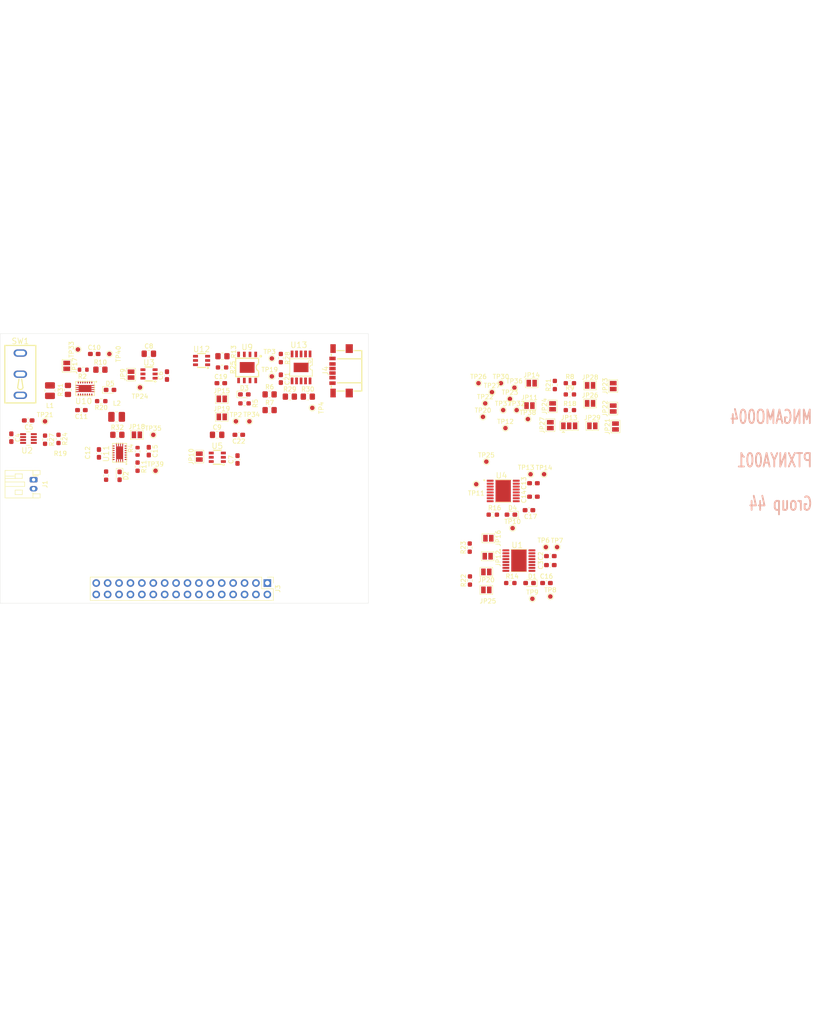
<source format=kicad_pcb>
(kicad_pcb (version 20241229) (generator "pcbnew") (generator_version "9.0")
  (layers (0 "F.Cu" signal) (2 "B.Cu" signal) (13 "F.Paste" user) (15 "B.Paste" user) (5 "F.SilkS" user "F.Silkscreen") (7 "B.SilkS" user "B.Silkscreen") (1 "F.Mask" user) (3 "B.Mask" user) (25 "Edge.Cuts" user))
  (net 0 "")
  (net 1 "GND")
  (net 2 "Net-(U1-VINT)")
  (net 3 "Load_Supply")
  (net 4 "Net-(JP19-B)")
  (net 5 "Net-(J1-Pin_1)")
  (net 6 "Battery")
  (net 7 "/5V_Out")
  (net 8 "EXT_LOAD1_OUT")
  (net 9 "EXT_LOAD2_OUT")
  (net 10 "Net-(U10-EN)")
  (net 11 "Net-(U4-VINT)")
  (net 12 "Net-(U11-EN)")
  (net 13 "Net-(U1-VCP)")
  (net 14 "Net-(U4-VCP)")
  (net 15 "Net-(JP15-A)")
  (net 16 "/3V3_Out")
  (net 17 "Net-(D1-A)")
  (net 18 "Net-(D3-A)")
  (net 19 "Net-(D3-K)")
  (net 20 "Net-(D4-A)")
  (net 21 "MOTOR1_A_OUT")
  (net 22 "I2C1_SDA")
  (net 23 "MOTOR2_CTRL1")
  (net 24 "CTRL_EXT_LOAD1")
  (net 26 "High_Voltage_(9V)")
  (net 27 "MOTOR4_CTRL2")
  (net 28 "FAST_CHARGE_CTRL")
  (net 29 "MOTOR3_CTRL1")
  (net 30 "MOTOR3_B_OUT")
  (net 31 "MOTOR1_CTRL2")
  (net 32 "CTRL_EXT_LOAD2")
  (net 33 "I2C1_SCL")
  (net 34 "MOTOR2_CTRL2")
  (net 35 "MOTOR1_CTRL1")
  (net 36 "MOTOR1_B_OUT")
  (net 37 "MOTOR3_CTRL2")
  (net 39 "MOTOR2_B_OUT")
  (net 40 "MOTOR3_A_OUT")
  (net 41 "MOTOR4_A_OUT")
  (net 42 "MOTOR4_B_OUT")
  (net 43 "MOTOR4_CTRL1")
  (net 44 "MOTOR2_A_OUT")
  (net 46 "/CC1")
  (net 47 "/CC2")
  (net 48 "Net-(JP9-A)")
  (net 49 "Net-(JP10-A)")
  (net 50 "/3V3_VOUT2")
  (net 51 "5V Out")
  (net 52 "/5V_VOUT2")
  (net 53 "Net-(JP15-B)")
  (net 54 "Net-(JP18-A)")
  (net 55 "Net-(L1-Pad2)")
  (net 56 "Net-(L1-Pad1)")
  (net 57 "Net-(L2-Pad1)")
  (net 58 "Net-(L2-Pad2)")
  (net 59 "Net-(U10-FB)")
  (net 60 "Net-(U11-FB)")
  (net 61 "Net-(JP17-B)")
  (net 62 "Net-(R13-Pad2)")
  (net 63 "Net-(U9-PROG)")
  (net 64 "Net-(U1-~{FAULT})")
  (net 65 "Net-(U4-~{FAULT})")
  (net 66 "Net-(R25-Pad2)")
  (net 67 "Net-(U13-CFG1)")
  (net 68 "Net-(U13-VBUS)")
  (net 69 "/VBUS")
  (net 70 "Net-(U10-PG)")
  (net 71 "Net-(U11-PG)")
  (net 72 "Charger")
  (net 73 "/M2BO2")
  (net 74 "/M3AO2")
  (net 75 "/M4AB2")
  (net 76 "Net-(JP13-A)")
  (net 77 "Net-(JP13-B)")
  (net 78 "/M2AO2")
  (net 79 "/M2AO1")
  (net 86 "Net-(D2-A)")
  (net 87 "Net-(D5-A)")
  (net 88 "/AISEN1")
  (net 89 "Net-(JP16-B)")
  (net 90 "/BISEN1")
  (net 91 "Net-(JP20-B)")
  (net 92 "/M1AO2")
  (net 93 "Net-(JP26-B)")
  (net 94 "/AISEN3")
  (net 95 "Net-(JP27-B)")
  (net 96 "/AISEN2")
  (net 97 "/BISEN2")
  (footprint "Mix:SOT-23-6_L2.9-W1.6-P0.95-LS2.8-BR" (layer "F.Cu") (at 63.65 98.45)
    (property "Reference" "U3")
    (property "Value" "TPS22917DBV" (hide yes))
  )
  (footprint "Connector_JST:JST_PH_S2B-PH-K_1x02_P2.00mm_Horizontal" (layer "F.Cu") (at 37.95 122 -90)
    (property "Reference" "J1")
    (property "Value" "Conn_01x02_Pin")
  )
  (footprint "Resistor_SMD:R_0603_1608Metric_Pad0.98x0.95mm_HandSolder" (layer "F.Cu") (at 144.0875 145 180)
    (property "Reference" "R14")
    (property "Value" "1k" (hide yes))
  )
  (footprint "TestPoint:TestPoint_Pad_D1.0mm" (layer "F.Cu") (at 83 109)
    (property "Reference" "TP2")
    (property "Value" "TestPoint" (hide yes))
  )
  (footprint "Capacitor_SMD:C_0603_1608Metric_Pad1.08x0.95mm_HandSolder" (layer "F.Cu") (at 63.6 115.6373 -90)
    (property "Reference" "C15")
    (property "Value" "100n" (hide yes))
  )
  (footprint "Resistor_SMD:R_0805_2012Metric_Pad1.20x1.40mm_HandSolder" (layer "F.Cu") (at 90.5 103)
    (property "Reference" "R6")
    (property "Value" "10k" (hide yes))
  )
  (footprint "Jumper:SolderJumper-2_P1.3mm_Open_Pad1.0x1.5mm" (layer "F.Cu") (at 138.7499 146.5249 180)
    (property "Reference" "JP25")
    (property "Value" "Jumper_2_Small_Open" (hide yes))
  )
  (footprint "Capacitor_SMD:C_0603_1608Metric_Pad1.08x0.95mm_HandSolder" (layer "F.Cu") (at 48.6 106.5 180)
    (property "Reference" "C11")
    (property "Value" "10u" (hide yes))
  )
  (footprint "Capacitor_SMD:C_0805_2012Metric_Pad1.18x1.45mm_HandSolder" (layer "F.Cu") (at 63.6125 93.95)
    (property "Reference" "C8")
    (property "Value" "47u" (hide yes))
  )
  (footprint "Mix:SOT-23-6_L2.9-W1.6-P0.95-LS2.8-BR" (layer "F.Cu") (at 78.85 117)
    (property "Reference" "U5")
    (property "Value" "TPS22917DBV" (hide yes))
  )
  (footprint "Inductor_SMD:L_1008_2520Metric_Pad1.43x2.20mm_HandSolder" (layer "F.Cu") (at 41.6 102.1625 -90)
    (property "Reference" "L1")
    (property "Value" "2.2u" (hide yes))
  )
  (footprint "Jumper:SolderJumper-2_P1.3mm_Open_Pad1.0x1.5mm" (layer "F.Cu") (at 161.85 105)
    (property "Reference" "JP26")
    (property "Value" "Jumper_2_Small_Open" (hide yes))
  )
  (footprint "Capacitor_SMD:C_0805_2012Metric_Pad1.18x1.45mm_HandSolder" (layer "F.Cu") (at 78.8125 112)
    (property "Reference" "C9")
    (property "Value" "47u" (hide yes))
  )
  (footprint "Resistor_SMD:R_0603_1608Metric_Pad0.98x0.95mm_HandSolder" (layer "F.Cu") (at 61.1 119.0873 -90)
    (property "Reference" "R11")
    (property "Value" "100" (hide yes))
  )
  (footprint "Mix:ESOP-8_L4.9-W3.9-P1.27-LS6.0-BL-EP" (layer "F.Cu") (at 85.5 97 180)
    (property "Reference" "U9")
    (property "Value" "TP4056-42-ESOP8" (hide yes))
  )
  (footprint "Mix:ESSOP-10_L4.9-W3.9-P1.0-LS6.0-TL-EP" (layer "F.Cu") (at 97.5 97 180)
    (property "Reference" "U13")
    (property "Value" "CH224K" (hide yes))
  )
  (footprint "TestPoint:TestPoint_Pad_D1.0mm" (layer "F.Cu") (at 86 109)
    (property "Reference" "TP34")
    (property "Value" "TestPoint" (hide yes))
  )
  (footprint "Resistor_SMD:R_0603_1608Metric" (layer "F.Cu") (at 49 97.5)
    (property "Reference" "R2")
    (property "Value" "1.8k" (hide yes))
  )
  (footprint "Mix:USB-C-SMD_TYPE-602-T3" (layer "F.Cu") (at 106.3635 97.7499 90)
    (property "Reference" "J4")
    (property "Value" "USB_C_Receptacle_PowerOnly_6P" (hide yes))
  )
  (footprint "Jumper:SolderJumper-2_P1.3mm_Open_Pad1.0x1.5mm" (layer "F.Cu") (at 79.85 108)
    (property "Reference" "JP19")
    (property "Value" "Jumper_2_Small_Open" (hide yes))
  )
  (footprint "Jumper:SolderJumper-2_P1.3mm_Open_Pad1.0x1.5mm" (layer "F.Cu") (at 60.95 111.9998)
    (property "Reference" "JP18")
    (property "Value" "Jumper_2_Small_Open" (hide yes))
  )
  (footprint "Jumper:SolderJumper-2_P1.3mm_Open_Pad1.0x1.5mm" (layer "F.Cu") (at 153.5 105.65 90)
    (property "Reference" "JP24")
    (property "Value" "Jumper_2_Small_Open" (hide yes))
  )
  (footprint "Mix:IC_DRV8833PWPR" (layer "F.Cu") (at 142.5 124.5)
    (property "Reference" "U4")
    (property "Value" "DRV8833PWP" (hide yes))
  )
  (footprint "Inductor_SMD:L_1008_2520Metric_Pad1.43x2.20mm_HandSolder" (layer "F.Cu") (at 56.4375 107.9998 180)
    (property "Reference" "L2")
    (property "Value" "2.2u" (hide yes))
  )
  (footprint "Mix:SW-TH_1MS1T1B1M1QES-5" (layer "F.Cu") (at 35 98.5)
    (property "Reference" "SW1")
    (property "Value" "SW_Nidec_CAS-120A1" (hide yes))
  )
  (footprint "Capacitor_SMD:C_0603_1608Metric_Pad1.08x0.95mm_HandSolder" (layer "F.Cu") (at 93 99.5 -90)
    (property "Reference" "C21")
    (property "Value" "1u" (hide yes))
  )
  (footprint "Jumper:SolderJumper-2_P1.3mm_Open_Pad1.0x1.5mm" (layer "F.Cu") (at 161.85 101)
    (property "Reference" "JP28")
    (property "Value" "Jumper_2_Small_Open" (hide yes))
  )
  (footprint "TestPoint:TestPoint_Pad_D1.0mm" (layer "F.Cu") (at 143 110.5)
    (property "Reference" "TP12")
    (property "Value" "TestPoint" (hide yes))
  )
  (footprint "LED_SMD:LED_0603_1608Metric_Pad1.05x0.95mm_HandSolder" (layer "F.Cu") (at 57.1 121.1248 -90)
    (property "Reference" "D2")
    (property "Value" "LED" (hide yes))
  )
  (footprint "TestPoint:TestPoint_Pad_D1.0mm" (layer "F.Cu") (at 152 137)
    (property "Reference" "TP6")
    (property "Value" "TestPoint" (hide yes))
  )
  (footprint "Jumper:SolderJumper-2_P1.3mm_Open_Pad1.0x1.5mm" (layer "F.Cu") (at 162.35 110)
    (property "Reference" "JP29")
    (property "Value" "Jumper_2_Small_Open" (hide yes))
  )
  (footprint "LED_SMD:LED_0603_1608Metric_Pad1.05x0.95mm_HandSolder" (layer "F.Cu") (at 54.975 102)
    (property "Reference" "D5")
    (property "Value" "LED" (hide yes))
  )
  (footprint "TestPoint:TestPoint_Pad_D1.0mm" (layer "F.Cu") (at 148 108.5)
    (property "Reference" "TP38")
    (property "Value" "TestPoint")
  )
  (footprint "TestPoint:TestPoint_Pad_D1.0mm" (layer "F.Cu") (at 91 99)
    (property "Reference" "TP19")
    (property "Value" "TestPoint" (hide yes))
  )
  (footprint "Resistor_SMD:R_0805_2012Metric_Pad1.20x1.40mm_HandSolder" (layer "F.Cu") (at 90.5 106.5)
    (property "Reference" "R7")
    (property "Value" "8.2k" (hide yes))
  )
  (footprint "Capacitor_SMD:C_0603_1608Metric_Pad1.08x0.95mm_HandSolder" (layer "F.Cu") (at 149.2376 122.7751 180)
    (property "Reference" "C13")
    (property "Value" "2.2u" (hide yes))
  )
  (footprint "TestPoint:TestPoint_Pad_D1.0mm" (layer "F.Cu") (at 140 102.5)
    (property "Reference" "TP27")
    (property "Value" "TestPoint" (hide yes))
  )
  (footprint "TestPoint:TestPoint_Pad_D1.0mm" (layer "F.Cu") (at 144 104)
    (property "Reference" "TP23")
    (property "Value" "TestPoint" (hide yes))
  )
  (footprint "Jumper:SolderJumper-2_P1.3mm_Open_Pad1.0x1.5mm" (layer "F.Cu") (at 167 106.15 90)
    (property "Reference" "JP22")
    (property "Value" "Jumper_2_Small_Open" (hide yes))
  )
  (footprint "Resistor_SMD:R_0603_1608Metric_Pad0.98x0.95mm_HandSolder" (layer "F.Cu") (at 84.9125 105)
    (property "Reference" "R5")
    (property "Value" "1k" (hide yes))
  )
  (footprint "Resistor_SMD:R_0603_1608Metric_Pad0.98x0.95mm_HandSolder" (layer "F.Cu") (at 157.35 106.5)
    (property "Reference" "R18")
    (property "Value" "0.22" (hide yes))
  )
  (footprint "Capacitor_SMD:C_0603_1608Metric_Pad1.08x0.95mm_HandSolder" (layer "F.Cu") (at 83.6375 112 180)
    (property "Reference" "C22")
    (property "Value" "10u" (hide yes))
  )
  (footprint "TestPoint:TestPoint_Pad_D1.0mm" (layer "F.Cu") (at 148.6001 120.7751)
    (property "Reference" "TP13")
    (property "Value" "TestPoint" (hide yes))
  )
  (footprint "Capacitor_SMD:C_0603_1608Metric_Pad1.08x0.95mm_HandSolder" (layer "F.Cu") (at 33 112.6375 -90)
    (property "Reference" "C4")
    (property "Value" "1u" (hide yes))
  )
  (footprint "Jumper:SolderJumper-2_P1.3mm_Open_Pad1.0x1.5mm" (layer "F.Cu") (at 45.325 96.65 -90)
    (property "Reference" "JP17")
    (property "Value" "Jumper_2_Small_Open" (hide yes))
  )
  (footprint "TestPoint:TestPoint_Pad_D1.0mm" (layer "F.Cu") (at 142 100.5)
    (property "Reference" "TP30")
    (property "Value" "TestPoint" (hide yes))
  )
  (footprint "TestPoint:TestPoint_Pad_D1.0mm" (layer "F.Cu") (at 138 108)
    (property "Reference" "TP20")
    (property "Value" "TestPoint" (hide yes))
  )
  (footprint "Jumper:SolderJumper-2_P1.3mm_Open_Pad1.0x1.5mm" (layer "F.Cu") (at 153 109.85 90)
    (property "Reference" "JP27")
    (property "Value" "Jumper_2_Small_Open" (hide yes))
  )
  (footprint "TestPoint:TestPoint_Pad_D1.0mm" (layer "F.Cu") (at 149 148.5)
    (property "Reference" "TP9")
    (property "Value" "TestPoint" (hide yes))
  )
  (footprint "Jumper:SolderJumper-2_P1.3mm_Open_Pad1.0x1.5mm" (layer "F.Cu") (at 139.1999 135.0249 180)
    (property "Reference" "JP16")
    (property "Value" "Jumper_2_Small_Open" (hide yes))
  )
  (footprint "Resistor_SMD:R_0603_1608Metric_Pad0.98x0.95mm_HandSolder" (layer "F.Cu") (at 53.0125 104.5 180)
    (property "Reference" "R20")
    (property "Value" "1k" (hide yes))
  )
  (footprint "TestPoint:TestPoint_Pad_D1.0mm" (layer "F.Cu") (at 145 101.5)
    (property "Reference" "TP36")
    (property "Value" "TestPoint" (hide yes))
  )
  (footprint "Resistor_SMD:R_0805_2012Metric_Pad1.20x1.40mm_HandSolder" (layer "F.Cu") (at 99 103.5)
    (property "Reference" "R30")
    (property "Value" "10k" (hide yes))
  )
  (footprint "Capacitor_SMD:C_0603_1608Metric_Pad1.08x0.95mm_HandSolder" (layer "F.Cu") (at 152.1375 145 180)
    (property "Reference" "C16")
    (property "Value" "2.2u" (hide yes))
  )
  (footprint "Mix:TPS63020DSJR" (layer "F.Cu") (at 176.1171 15.4452 180)
    (property "Reference" "U10")
    (property "Value" "TPS63020" (hide yes))
  )
  (footprint "Connector_PinHeader_2.54mm:PinHeader_2x16_P2.54mm_Vertical" (layer "F.Cu") (at 90 145 -90)
    (property "Reference" "J3")
    (property "Value" "Conn_02x16_Odd_Even" (hide yes))
  )
  (footprint "LED_SMD:LED_0603_1608Metric_Pad1.05x0.95mm_HandSolder" (layer "F.Cu") (at 84.875 103)
    (property "Reference" "D3")
    (property "Value" "Red" (hide yes))
  )
  (footprint "Jumper:SolderJumper-2_P1.3mm_Open_Pad1.0x1.5mm" (layer "F.Cu") (at 148.35 105.5)
    (property "Reference" "JP11")
    (property "Value" "Jumper_2_Small_Open" (hide yes))
  )
  (footprint "TestPoint:TestPoint_Pad_D1.0mm" (layer "F.Cu") (at 136.5 123)
    (property "Reference" "TP11")
    (property "Value" "TestPoint" (hide yes))
  )
  (footprint "Resistor_SMD:R_0603_1608Metric_Pad0.98x0.95mm_HandSolder" (layer "F.Cu") (at 135.0999 144.4374 90)
    (property "Reference" "R22")
    (property "Value" "0.22" (hide yes))
  )
  (footprint "TestPoint:TestPoint_Pad_D1.0mm" (layer "F.Cu") (at 138.5 105)
    (property "Reference" "TP22")
    (property "Value" "TestPoint" (hide yes))
  )
  (footprint "Resistor_SMD:R_0603_1608Metric_Pad0.98x0.95mm_HandSolder" (layer "F.Cu") (at 54.1 121.0873 90)
    (property "Reference" "R19")
    (property "Value" "1k" (hide yes))
  )
  (footprint "Mix:INA219AIDCNR" (layer "F.Cu") (at 36.8062 112.8251)
    (property "Reference" "U2")
    (property "Value" "INA219AxDCN" (hide yes))
  )
  (footprint "TestPoint:TestPoint_Pad_D1.0mm" (layer "F.Cu") (at 47.825 93 90)
    (property "Reference" "TP33")
    (property "Value" "TestPoint" (hide yes))
  )
  (footprint "Capacitor_SMD:C_0603_1608Metric_Pad1.08x0.95mm_HandSolder" (layer "F.Cu") (at 148.2376 128.7751 180)
    (property "Reference" "C17")
    (property "Value" "2.2u" (hide yes))
  )
  (footprint "Resistor_SMD:R_0805_2012Metric_Pad1.20x1.40mm_HandSolder" (layer "F.Cu") (at 80 94.5)
    (property "Reference" "R13")
    (property "Value" "5k6" (hide yes))
  )
  (footprint "TestPoint:TestPoint_Pad_D1.0mm" (layer "F.Cu") (at 54.825 94 90)
    (property "Reference" "TP40")
    (property "Value" "TestPoint" (hide yes))
  )
  (footprint "Jumper:SolderJumper-2_P1.3mm_Open_Pad1.0x1.5mm" (layer "F.Cu") (at 148.85 100.5)
    (property "Reference" "JP14")
    (property "Value" "Jumper_2_Small_Open" (hide yes))
  )
  (footprint "Resistor_SMD:R_0805_2012Metric_Pad1.20x1.40mm_HandSolder" (layer "F.Cu") (at 95 103.5)
    (property "Reference" "R29")
    (property "Value" "6k8" (hide yes))
  )
  (footprint "TestPoint:TestPoint_Pad_D1.0mm" (layer "F.Cu") (at 142.5 106.5)
    (property "Reference" "TP37")
    (property "Value" "TestPoint")
  )
  (footprint "Capacitor_SMD:C_0603_1608Metric_Pad1.08x0.95mm_HandSolder" (layer "F.Cu") (at 36.7499 108.8002)
    (property "Reference" "C5")
    (property "Value" "0.1u" (hide yes))
  )
  (footprint "Mix:TPS63020DSJR" (layer "F.Cu") (at 143.3449 242.7047 90)
    (property "Reference" "U11")
    (property "Value" "TPS63020" (hide yes))
  )
  (footprint "Capacitor_SMD:C_0603_1608Metric_Pad1.08x0.95mm_HandSolder" (layer "F.Cu") (at 67.65 98.8125 90)
    (property "Reference" "C6")
    (property "Value" "10u" (hide yes))
  )
  (footprint "TestPoint:TestPoint_Pad_D1.0mm" (layer "F.Cu") (at 64.6 111.9998)
    (property "Reference" "TP35")
    (property "Value" "TestPoint" (hide yes))
  )
  (footprint "Capacitor_SMD:C_0603_1608Metric_Pad1.08x0.95mm_HandSolder" (layer "F.Cu") (at 153 139 180)
    (property "Reference" "C2")
    (property "Value" "2.2u" (hide yes))
  )
  (footprint "Resistor_SMD:R_0603_1608Metric_Pad0.98x0.95mm_HandSolder" (layer "F.Cu") (at 93 94.9125 90)
    (property "Reference" "R28")
    (property "Value" "1k" (hide yes))
  )
  (footprint "LED_SMD:LED_0603_1608Metric_Pad1.05x0.95mm_HandSolder" (layer "F.Cu") (at 148.375 145 180)
    (property "Reference" "D1")
    (property "Value" "LED" (hide yes))
  )
  (footprint "TestPoint:TestPoint_Pad_D1.0mm" (layer "F.Cu") (at 144.6001 132.7751)
    (property "Reference" "TP10")
    (property "Value" "TestPoint" (hide yes))
  )
  (footprint "Resistor_SMD:R_0805_2012Metric_Pad1.20x1.40mm_HandSolder" (layer "F.Cu") (at 52.825 97.5)
    (property "Reference" "R10")
    (property "Value" "200" (hide yes))
  )
  (footprint "Resistor_SMD:R_0603_1608Metric_Pad0.98x0.95mm_HandSolder" (layer "F.Cu") (at 157.35 103.01)
    (property "Reference" "R9")
    (property "Value" "0.22" (hide yes))
  )
  (footprint "Jumper:SolderJumper-2_P1.3mm_Open_Pad1.0x1.5mm" (layer "F.Cu") (at 167 101.15 90)
    (property "Reference" "JP23")
    (property "Value" "Jumper_2_Small_Open" (hide yes))
  )
  (footprint "Capacitor_SMD:C_0603_1608Metric_Pad1.08x0.95mm_HandSolder" (layer "F.Cu") (at 51.4625 94)
    (property "Reference" "C10")
    (property "Value" "100n" (hide yes))
  )
  (footprint "Resistor_SMD:R_0603_1608Metric_Pad0.98x0.95mm_HandSolder" (layer "F.Cu") (at 140.1876 129.7751 180)
    (property "Reference" "R16")
    (property "Value" "1k" (hide yes))
  )
  (footprint "LED_SMD:LED_0603_1608Metric_Pad1.05x0.95mm_HandSolder" (layer "F.Cu") (at 144.2251 129.7751 180)
    (property "Reference" "D4")
    (property "Value" "LED" (hide yes))
  )
  (footprint "Resistor_SMD:R_0603_1608Metric_Pad0.98x0.95mm_HandSolder" (layer "F.Cu") (at 154 100.9125 90)
    (property "Reference" "R21")
    (property "Value" "0.22" (hide yes))
  )
  (footprint "TestPoint:TestPoint_Pad_D1.0mm" (layer "F.Cu") (at 138.7499 117.9751)
    (property "Reference" "TP25")
    (property "Value" "TestPoint" (hide yes))
  )
  (footprint "Resistor_SMD:R_0805_2012Metric_Pad1.20x1.40mm_HandSolder" (layer "F.Cu") (at 45.6 102 90)
    (property "Reference" "R31")
    (property "Value" "10k" (hide yes))
  )
  (footprint "Capacitor_SMD:C_0603_1608Metric_Pad1.08x0.95mm_HandSolder" (layer "F.Cu") (at 79.6375 100.5)
    (property "Reference" "C19")
    (property "Value" "10u" (hide yes))
  )
  (footprint "TestPoint:TestPoint_Pad_D1.0mm" (layer "F.Cu") (at 65.1 119.9998)
    (property "Reference" "TP39")
    (property "Value" "TestPoint" (hide yes))
  )
  (footprint "Capacitor_SMD:C_0603_1608Metric_Pad1.08x0.95mm_HandSolder" (layer "F.Cu") (at 149.2376 125.7751)
    (property "Reference" "C14")
    (property "Value" "10u" (hide yes))
  )
  (footprint "Mix:IC_DRV8833PWPR" (layer "F.Cu") (at 146 140)
    (property "Reference" "U1")
    (property "Value" "DRV8833PWPR" (hide yes))
  )
  (footprint "Jumper:SolderJumper-2_P1.3mm_Open_Pad1.0x1.5mm" (layer "F.Cu") (at 167.5 110.15 90)
    (property "Reference" "JP21")
    (property "Value" "Jumper_2_Small_Open" (hide yes))
  )
  (footprint "TestPoint:TestPoint_Pad_D1.0mm" (layer "F.Cu") (at 137 100.5)
    (property "Reference" "TP26")
    (property "Value" "TestPoint" (hide yes))
  )
  (footprint "TestPoint:TestPoint_Pad_D1.0mm" (layer "F.Cu") (at 145.5 106.5)
    (property "Reference" "TP32")
    (property "Value" "TestPoint" (hide yes))
  )
  (footprint "Resistor_SMD:R_0805_2012Metric_Pad1.20x1.40mm_HandSolder" (layer "F.Cu") (at 56.6 111.9998)
    (property "Reference" "R32")
    (property "Value" "10k" (hide yes))
  )
  (footprint "Jumper:SolderJumper-3_P1.3mm_Open_Pad1.0x1.5mm" (layer "F.Cu") (at 157.2 110)
    (property "Reference" "JP13")
    (property "Value" "Jumper_3_Open" (hide yes))
  )
  (footprint "Capacitor_SMD:C_0603_1608Metric_Pad1.08x0.95mm_HandSolder" (layer "F.Cu") (at 153 141)
    (property "Reference" "C3")
    (property "Value" "10u" (hide yes))
  )
  (footprint "Resistor_SMD:R_0603_1608Metric_Pad0.98x0.95mm_HandSolder" (layer "F.Cu") (at 40.5 113.0875 -90)
    (property "Reference" "R27")
    (property "Value" "4.7k" (hide yes))
  )
  (footprint "TestPoint:TestPoint_Pad_D1.0mm" (layer "F.Cu") (at 151.6001 120.7751)
    (property "Reference" "TP14")
    (property "Value" "TestPoint" (hide yes))
  )
  (footprint "TestPoint:TestPoint_Pad_D1.0mm" (layer "F.Cu") (at 61.65 101.45)
    (property "Reference" "TP24")
    (property "Value" "TestPoint" (hide yes))
  )
  (footprint "Capacitor_SMD:C_0603_1608Metric_Pad1.08x0.95mm_HandSolder" (layer "F.Cu") (at 52.5 116.1373 -90)
    (property "Reference" "C12")
    (property "Value" "10u" (hide yes))
  )
  (footprint "Capacitor_SMD:C_0603_1608Metric_Pad1.08x0.95mm_HandSolder" (layer "F.Cu") (at 83.35 117.5 90)
    (property "Reference" "C7")
    (property "Value" "10u" (hide yes))
  )
  (footprint "Jumper:SolderJumper-2_P1.3mm_Open_Pad1.0x1.5mm" (layer "F.Cu") (at 138.7499 142.5249 180)
    (property "Reference" "JP20")
    (property "Value" "Jumper_2_Small_Open" (hide yes))
  )
  (footprint "TestPoint:TestPoint_Pad_D1.0mm" (layer "F.Cu") (at 154.5 137)
    (property "Reference" "TP7")
    (property "Value" "TestPoint" (hide yes))
  )
  (footprint "TestPoint:TestPoint_Pad_D1.0mm" (layer "F.Cu") (at 40.5 109)
    (property "Reference" "TP21")
    (property "Value" "TestPoint" (hide yes))
  )
  (footprint "Jumper:SolderJumper-2_P1.3mm_Open_Pad1.0x1.5mm" (layer "F.Cu") (at 59.65 98.6 90)
    (property "Reference" "JP9")
    (property "Value" "Jumper_2_Small_Open" (hide yes))
  )
  (footprint "Resistor_SMD:R_0603_1608Metric_Pad0.98x0.95mm_HandSolder" (layer "F.Cu") (at 79.9125 97)
    (property "Reference" "R25")
    (property "Value" "1k8" (hide yes))
  )
  (footprint "Jumper:SolderJumper-2_P1.3mm_Open_Pad1.0x1.5mm" (layer "F.Cu") (at 139.0499 139.0249 180)
    (property "Reference" "JP12")
    (property "Value" "Jumper_2_Small_Open" (hide yes))
  )
  (footprint "Jumper:SolderJumper-2_P1.3mm_Open_Pad1.0x1.5mm" (layer "F.Cu") (at 74.85 116.85 90)
    (property "Reference" "JP10")
    (property "Value" "Jumper_2_Small_Open" (hide yes))
  )
  (footprint "Resistor_SMD:R_0603_1608Metric" (layer "F.Cu") (at 61.1 115.6748 -90)
    (property "Reference" "R4")
    (property "Value" "560" (hide yes))
  )
  (footprint "Resistor_SMD:R_0603_1608Metric_Pad0.98x0.95mm_HandSolder" (layer "F.Cu") (at 135.0499 137.1124 90)
    (property "Reference" "R23")
    (property "Value" "0.22" (hide yes))
  )
  (footprint "TestPoint:TestPoint_Pad_D1.0mm" (layer "F.Cu") (at 153 148)
    (property "Reference" "TP8")
    (property "Value" "TestPoint" (hide yes))
  )
  (footprint "Jumper:SolderJumper-2_P1.3mm_Open_Pad1.0x1.5mm" (layer "F.Cu") (at 79.85 104)
    (property "Reference" "JP15")
    (property "Value" "Jumper_2_Small_Open" (hide yes))
  )
  (footprint "Resistor_SMD:R_0603_1608Metric_Pad0.98x0.95mm_HandSolder" (layer "F.Cu") (at 43.5 112.9125 -90)
    (property "Reference" "R24")
    (property "Value" "4.7k" (hide yes))
  )
  (footprint "TestPoint:TestPoint_Pad_D1.0mm" (layer "F.Cu") (at 100 106)
    (property "Reference" "TP4")
    (property "Value" "TestPoint" (hide yes))
  )
  (footprint "Resistor_SMD:R_0603_1608Metric_Pad0.98x0.95mm_HandSolder" (layer "F.Cu") (at 157.35 100.5)
    (property "Reference" "R8")
    (property "Value" "0.22" (hide yes))
  )
  (footprint "Mix:SOT-23-6_L2.9-W1.6-P0.95-LS2.8-BR" (layer "F.Cu") (at 75.35 95.45)
    (property "Reference" "U12")
    (property "Value" "TS5A3159ADBVR" (hide yes))
  )
  (footprint "TestPoint:TestPoint_Pad_D1.0mm" (layer "F.Cu") (at 91 95)
    (property "Reference" "TP3")
    (property "Value" "TestPoint" (hide yes))
  )
  (gr_rect (start 30.5 89.5) (end 112.5 149.5) (stroke (width 0.05)) (fill no) (layer "Edge.Cuts"))
  (gr_text "MNGAMO004\n\nPTXNYA001\n\nGroup 44" (at 211.5 129.1 0) (layer "B.SilkS") (effects (font (size 3 2) (thickness 0.4) (bold yes)) (justify left bottom mirror)))
)
</source>
